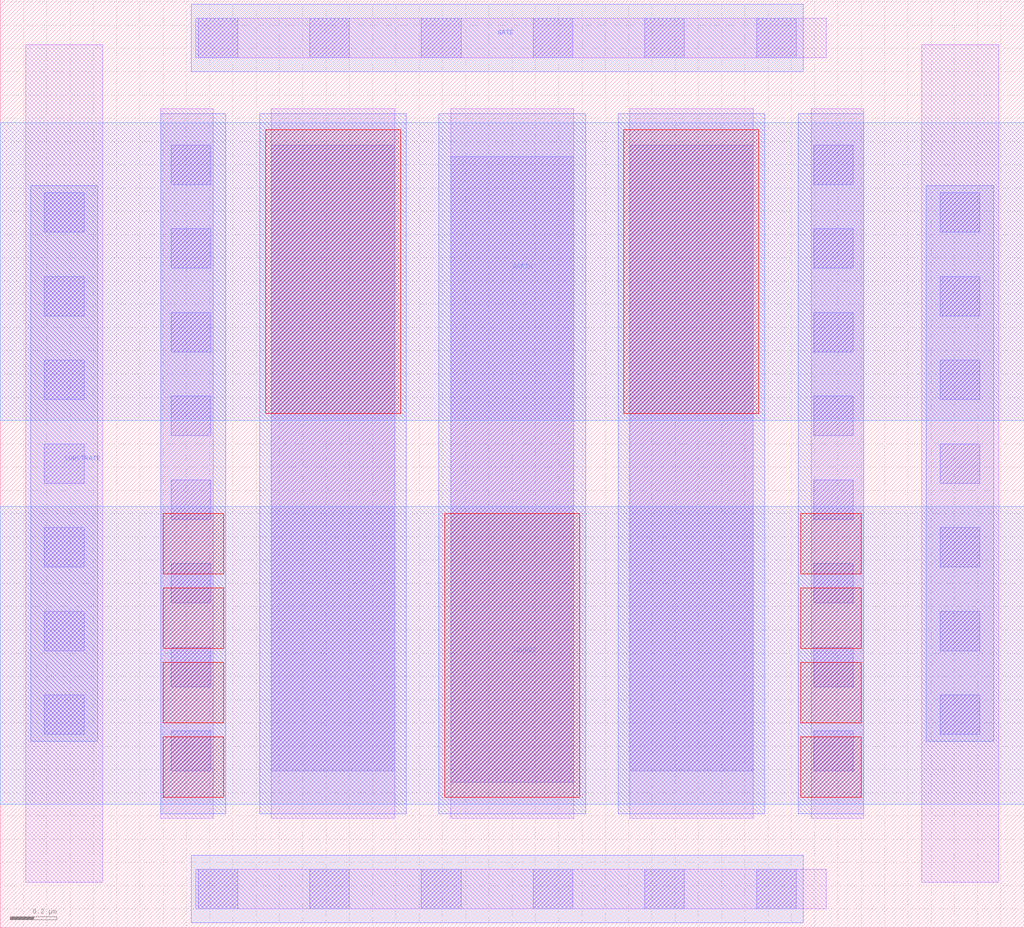
<source format=lef>
# Copyright 2020 The SkyWater PDK Authors
#
# Licensed under the Apache License, Version 2.0 (the "License");
# you may not use this file except in compliance with the License.
# You may obtain a copy of the License at
#
#     https://www.apache.org/licenses/LICENSE-2.0
#
# Unless required by applicable law or agreed to in writing, software
# distributed under the License is distributed on an "AS IS" BASIS,
# WITHOUT WARRANTIES OR CONDITIONS OF ANY KIND, either express or implied.
# See the License for the specific language governing permissions and
# limitations under the License.
#
# SPDX-License-Identifier: Apache-2.0

VERSION 5.7 ;
  NOWIREEXTENSIONATPIN ON ;
  DIVIDERCHAR "/" ;
  BUSBITCHARS "[]" ;
MACRO sky130_fd_pr__rf_nfet_01v8_mcM04W3p00L0p15
  CLASS BLOCK ;
  FOREIGN sky130_fd_pr__rf_nfet_01v8_mcM04W3p00L0p15 ;
  ORIGIN  0.000000 -0.020000 ;
  SIZE  4.400000 BY  3.990000 ;
  PIN DRAIN
    ANTENNADIFFAREA  3.732400 ;
    PORT
      LAYER met2 ;
        RECT 0.000000 2.200000 4.400000 3.480000 ;
    END
  END DRAIN
  PIN GATE
    ANTENNAGATEAREA  1.806000 ;
    PORT
      LAYER met1 ;
        RECT 0.820000 0.040000 3.450000 0.330000 ;
        RECT 0.820000 3.700000 3.450000 3.990000 ;
    END
  END GATE
  PIN SOURCE
    ANTENNADIFFAREA  3.551800 ;
    PORT
      LAYER met2 ;
        RECT 0.000000 0.550000 4.400000 1.830000 ;
    END
  END SOURCE
  PIN SUBSTRATE
    ANTENNADIFFAREA  0.809100 ;
    PORT
      LAYER met1 ;
        RECT 0.130000 0.820000 0.420000 3.210000 ;
    END
  END SUBSTRATE
  OBS
    LAYER li1 ;
      RECT 0.110000 0.215000 0.440000 3.815000 ;
      RECT 0.690000 0.490000 0.915000 3.540000 ;
      RECT 0.840000 0.100000 3.550000 0.270000 ;
      RECT 0.840000 3.760000 3.550000 3.930000 ;
      RECT 1.165000 0.490000 1.695000 3.540000 ;
      RECT 1.935000 0.490000 2.465000 3.540000 ;
      RECT 2.705000 0.490000 3.235000 3.540000 ;
      RECT 3.485000 0.490000 3.710000 3.540000 ;
      RECT 3.960000 0.215000 4.290000 3.815000 ;
    LAYER mcon ;
      RECT 0.190000 0.850000 0.360000 1.020000 ;
      RECT 0.190000 1.210000 0.360000 1.380000 ;
      RECT 0.190000 1.570000 0.360000 1.740000 ;
      RECT 0.190000 1.930000 0.360000 2.100000 ;
      RECT 0.190000 2.290000 0.360000 2.460000 ;
      RECT 0.190000 2.650000 0.360000 2.820000 ;
      RECT 0.190000 3.010000 0.360000 3.180000 ;
      RECT 0.735000 0.695000 0.905000 0.865000 ;
      RECT 0.735000 1.055000 0.905000 1.225000 ;
      RECT 0.735000 1.415000 0.905000 1.585000 ;
      RECT 0.735000 1.775000 0.905000 1.945000 ;
      RECT 0.735000 2.135000 0.905000 2.305000 ;
      RECT 0.735000 2.495000 0.905000 2.665000 ;
      RECT 0.735000 2.855000 0.905000 3.025000 ;
      RECT 0.735000 3.215000 0.905000 3.385000 ;
      RECT 0.850000 0.100000 1.020000 0.270000 ;
      RECT 0.850000 3.760000 1.020000 3.930000 ;
      RECT 1.165000 0.695000 1.695000 3.385000 ;
      RECT 1.330000 0.100000 1.500000 0.270000 ;
      RECT 1.330000 3.760000 1.500000 3.930000 ;
      RECT 1.810000 0.100000 1.980000 0.270000 ;
      RECT 1.810000 3.760000 1.980000 3.930000 ;
      RECT 1.935000 0.645000 2.465000 3.335000 ;
      RECT 2.290000 0.100000 2.460000 0.270000 ;
      RECT 2.290000 3.760000 2.460000 3.930000 ;
      RECT 2.705000 0.695000 3.235000 3.385000 ;
      RECT 2.770000 0.100000 2.940000 0.270000 ;
      RECT 2.770000 3.760000 2.940000 3.930000 ;
      RECT 3.250000 0.100000 3.420000 0.270000 ;
      RECT 3.250000 3.760000 3.420000 3.930000 ;
      RECT 3.495000 0.695000 3.665000 0.865000 ;
      RECT 3.495000 1.055000 3.665000 1.225000 ;
      RECT 3.495000 1.415000 3.665000 1.585000 ;
      RECT 3.495000 1.775000 3.665000 1.945000 ;
      RECT 3.495000 2.135000 3.665000 2.305000 ;
      RECT 3.495000 2.495000 3.665000 2.665000 ;
      RECT 3.495000 2.855000 3.665000 3.025000 ;
      RECT 3.495000 3.215000 3.665000 3.385000 ;
      RECT 4.040000 0.850000 4.210000 1.020000 ;
      RECT 4.040000 1.210000 4.210000 1.380000 ;
      RECT 4.040000 1.570000 4.210000 1.740000 ;
      RECT 4.040000 1.930000 4.210000 2.100000 ;
      RECT 4.040000 2.290000 4.210000 2.460000 ;
      RECT 4.040000 2.650000 4.210000 2.820000 ;
      RECT 4.040000 3.010000 4.210000 3.180000 ;
    LAYER met1 ;
      RECT 0.690000 0.510000 0.970000 3.520000 ;
      RECT 1.115000 0.510000 1.745000 3.520000 ;
      RECT 1.885000 0.510000 2.515000 3.520000 ;
      RECT 2.655000 0.510000 3.285000 3.520000 ;
      RECT 3.430000 0.510000 3.710000 3.520000 ;
      RECT 3.980000 0.820000 4.270000 3.210000 ;
    LAYER via ;
      RECT 0.700000 0.580000 0.960000 0.840000 ;
      RECT 0.700000 0.900000 0.960000 1.160000 ;
      RECT 0.700000 1.220000 0.960000 1.480000 ;
      RECT 0.700000 1.540000 0.960000 1.800000 ;
      RECT 1.140000 2.230000 1.720000 3.450000 ;
      RECT 1.910000 0.580000 2.490000 1.800000 ;
      RECT 2.680000 2.230000 3.260000 3.450000 ;
      RECT 3.440000 0.580000 3.700000 0.840000 ;
      RECT 3.440000 0.900000 3.700000 1.160000 ;
      RECT 3.440000 1.220000 3.700000 1.480000 ;
      RECT 3.440000 1.540000 3.700000 1.800000 ;
  END
END sky130_fd_pr__rf_nfet_01v8_mcM04W3p00L0p15
END LIBRARY

</source>
